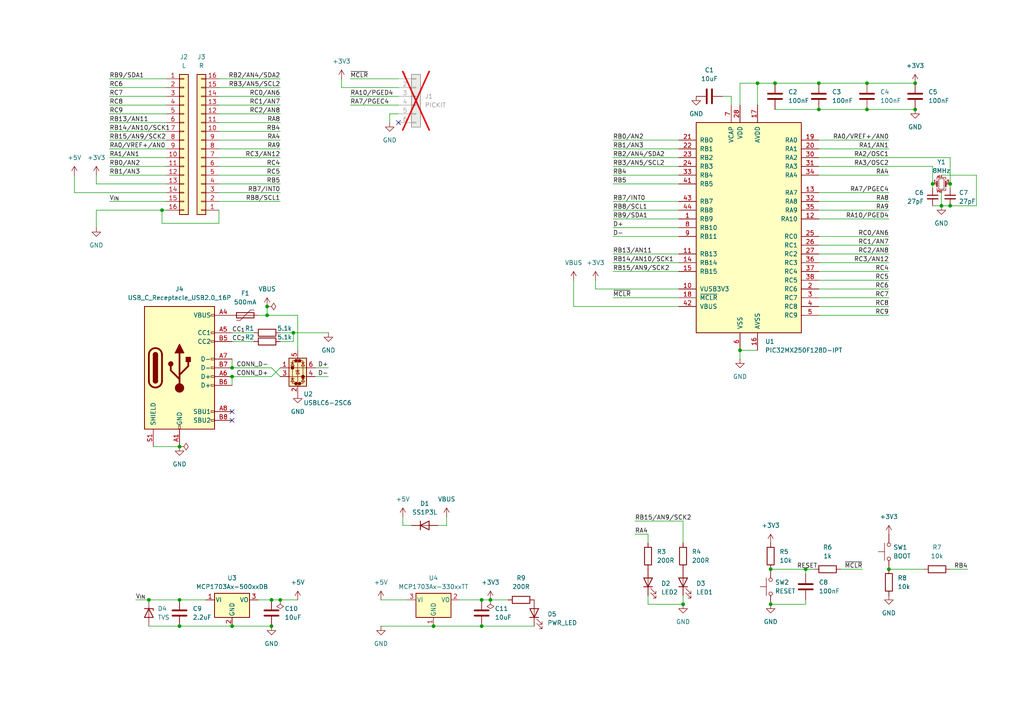
<source format=kicad_sch>
(kicad_sch (version 20231120) (generator "eeschema") (generator_version "8.0")
  (paper "A4")
  (title_block (title "Flinduino Mini") (date "2024-07-27") (rev "A"))
  (lib_symbols
    (symbol "Connector:USB_C_Receptacle_USB2.0_16P" (pin_names (offset 1.016))
      (property "Reference" "J" (at 0 22.225 0))
      (property "Value" "USB_C_Receptacle_USB2.0_16P" (at 0 19.685 0))
      (symbol "USB_C_Receptacle_USB2.0_16P_1_1"
        (pin passive line (at 0 -22.86 90) (length 5.08) (name "GND") (number "A1"))
        (pin passive line (at 0 -22.86 90) (length 5.08) hide (name "GND") (number "A12"))
        (pin passive line (at 15.24 15.24 180) (length 5.08) (name "VBUS") (number "A4"))
        (pin bidirectional line (at 15.24 10.16 180) (length 5.08) (name "CC1") (number "A5"))
        (pin bidirectional line (at 15.24 -2.54 180) (length 5.08) (name "D+") (number "A6"))
        (pin bidirectional line (at 15.24 2.54 180) (length 5.08) (name "D-") (number "A7"))
        (pin bidirectional line (at 15.24 -12.7 180) (length 5.08) (name "SBU1") (number "A8"))
        (pin passive line (at 15.24 15.24 180) (length 5.08) hide (name "VBUS") (number "A9"))
        (pin passive line (at 0 -22.86 90) (length 5.08) hide (name "GND") (number "B1"))
        (pin passive line (at 0 -22.86 90) (length 5.08) hide (name "GND") (number "B12"))
        (pin passive line (at 15.24 15.24 180) (length 5.08) hide (name "VBUS") (number "B4"))
        (pin bidirectional line (at 15.24 7.62 180) (length 5.08) (name "CC2") (number "B5"))
        (pin bidirectional line (at 15.24 -5.08 180) (length 5.08) (name "D+") (number "B6"))
        (pin bidirectional line (at 15.24 0 180) (length 5.08) (name "D-") (number "B7"))
        (pin bidirectional line (at 15.24 -15.24 180) (length 5.08) (name "SBU2") (number "B8"))
        (pin passive line (at 15.24 15.24 180) (length 5.08) hide (name "VBUS") (number "B9"))
        (pin passive line (at -7.62 -22.86 90) (length 5.08) (name "SHIELD") (number "S1"))
      )
    )
    (symbol "Connector_Generic:Conn_01x06" (pin_names (offset 1.016) hide)
      (property "Reference" "J" (at 0 7.62 0))
      (property "Value" "Conn_01x06" (at 0 -10.16 0))
      (symbol "Conn_01x06_1_1"
        (pin passive line (at -5.08 5.08 0) (length 3.81) (name "Pin_1") (number "1"))
        (pin passive line (at -5.08 2.54 0) (length 3.81) (name "Pin_2") (number "2"))
        (pin passive line (at -5.08 0 0) (length 3.81) (name "Pin_3") (number "3"))
        (pin passive line (at -5.08 -2.54 0) (length 3.81) (name "Pin_4") (number "4"))
        (pin passive line (at -5.08 -5.08 0) (length 3.81) (name "Pin_5") (number "5"))
        (pin passive line (at -5.08 -7.62 0) (length 3.81) (name "Pin_6") (number "6"))
      )
    )
    (symbol "Connector_Generic:Conn_01x16" (pin_names (offset 1.016) hide)
      (property "Reference" "J" (at 0 20.32 0))
      (property "Value" "Conn_01x16" (at 0 -22.86 0))
      (symbol "Conn_01x16_1_1"
        (pin passive line (at -5.08 17.78 0) (length 3.81) (name "Pin_1") (number "1"))
        (pin passive line (at -5.08 -5.08 0) (length 3.81) (name "Pin_10") (number "10"))
        (pin passive line (at -5.08 -7.62 0) (length 3.81) (name "Pin_11") (number "11"))
        (pin passive line (at -5.08 -10.16 0) (length 3.81) (name "Pin_12") (number "12"))
        (pin passive line (at -5.08 -12.7 0) (length 3.81) (name "Pin_13") (number "13"))
        (pin passive line (at -5.08 -15.24 0) (length 3.81) (name "Pin_14") (number "14"))
        (pin passive line (at -5.08 -17.78 0) (length 3.81) (name "Pin_15") (number "15"))
        (pin passive line (at -5.08 -20.32 0) (length 3.81) (name "Pin_16") (number "16"))
        (pin passive line (at -5.08 15.24 0) (length 3.81) (name "Pin_2") (number "2"))
        (pin passive line (at -5.08 12.7 0) (length 3.81) (name "Pin_3") (number "3"))
        (pin passive line (at -5.08 10.16 0) (length 3.81) (name "Pin_4") (number "4"))
        (pin passive line (at -5.08 7.62 0) (length 3.81) (name "Pin_5") (number "5"))
        (pin passive line (at -5.08 5.08 0) (length 3.81) (name "Pin_6") (number "6"))
        (pin passive line (at -5.08 2.54 0) (length 3.81) (name "Pin_7") (number "7"))
        (pin passive line (at -5.08 0 0) (length 3.81) (name "Pin_8") (number "8"))
        (pin passive line (at -5.08 -2.54 0) (length 3.81) (name "Pin_9") (number "9"))
      )
    )
    (symbol "Device:C" (pin_numbers hide) (pin_names (offset 0.254))
      (property "Reference" "C" (at 0.635 2.54 0))
      (property "Value" "C" (at 0.635 -2.54 0))
      (symbol "C_1_1"
        (pin passive line (at 0 3.81 270) (length 2.794) (name "~") (number "1"))
        (pin passive line (at 0 -3.81 90) (length 2.794) (name "~") (number "2"))
      )
    )
    (symbol "Device:C_Small" (pin_numbers hide) (pin_names (offset 0.254) hide)
      (property "Reference" "C" (at 0.254 1.778 0))
      (property "Value" "C_Small" (at 0.254 -2.032 0))
      (symbol "C_Small_1_1"
        (pin passive line (at 0 2.54 270) (length 2.032) (name "~") (number "1"))
        (pin passive line (at 0 -2.54 90) (length 2.032) (name "~") (number "2"))
      )
    )
    (symbol "Device:Crystal_GND24_Small" (pin_names (offset 1.016) hide)
      (property "Reference" "Y" (at 1.27 4.445 0))
      (property "Value" "Crystal_GND24_Small" (at 1.27 2.54 0))
      (symbol "Crystal_GND24_Small_1_1"
        (pin passive line (at -2.54 0 0) (length 1.27) (name "1") (number "1"))
        (pin passive line (at 0 -2.54 90) (length 0.635) (name "2") (number "2"))
        (pin passive line (at 2.54 0 180) (length 1.27) (name "3") (number "3"))
        (pin passive line (at 0 2.54 270) (length 0.635) (name "4") (number "4"))
      )
    )
    (symbol "Device:D" (pin_numbers hide) (pin_names (offset 1.016) hide)
      (property "Reference" "D" (at 0 2.54 0))
      (property "Value" "D" (at 0 -2.54 0))
      (symbol "D_1_1"
        (pin passive line (at -3.81 0 0) (length 2.54) (name "K") (number "1"))
        (pin passive line (at 3.81 0 180) (length 2.54) (name "A") (number "2"))
      )
    )
    (symbol "Device:D_Zener" (pin_numbers hide) (pin_names (offset 1.016) hide)
      (property "Reference" "D" (at 0 2.54 0))
      (property "Value" "D_Zener" (at 0 -2.54 0))
      (symbol "D_Zener_1_1"
        (pin passive line (at -3.81 0 0) (length 2.54) (name "K") (number "1"))
        (pin passive line (at 3.81 0 180) (length 2.54) (name "A") (number "2"))
      )
    )
    (symbol "Device:LED" (pin_numbers hide) (pin_names (offset 1.016) hide)
      (property "Reference" "D" (at 0 2.54 0))
      (property "Value" "LED" (at 0 -2.54 0))
      (symbol "LED_1_1"
        (pin passive line (at -3.81 0 0) (length 2.54) (name "K") (number "1"))
        (pin passive line (at 3.81 0 180) (length 2.54) (name "A") (number "2"))
      )
    )
    (symbol "Device:Polyfuse" (pin_numbers hide) (pin_names (offset 0))
      (property "Reference" "F" (at -2.54 0 90))
      (property "Value" "Polyfuse" (at 2.54 0 90))
      (symbol "Polyfuse_1_1"
        (pin passive line (at 0 3.81 270) (length 1.27) (name "~") (number "1"))
        (pin passive line (at 0 -3.81 90) (length 1.27) (name "~") (number "2"))
      )
    )
    (symbol "Device:R" (pin_numbers hide) (pin_names (offset 0))
      (property "Reference" "R" (at 2.032 0 90))
      (property "Value" "R" (at 0 0 90))
      (symbol "R_1_1"
        (pin passive line (at 0 3.81 270) (length 1.27) (name "~") (number "1"))
        (pin passive line (at 0 -3.81 90) (length 1.27) (name "~") (number "2"))
      )
    )
    (symbol "MCU_Microchip_PIC32:PIC32MX250F128D-IPT" (pin_names (offset 1.016))
      (property "Reference" "U1" (at 4.7341 -33.02 0))
      (property "Value" "PIC32MX250F128D-IPT" (at 4.7341 -35.56 0))
      (symbol "PIC32MX250F128D-IPT_1_1"
        (pin bidirectional line (at -20.32 2.54 0) (length 5.08) (name "RB9") (number "1"))
        (pin bidirectional line (at -20.32 -17.78 0) (length 5.08) (name "VUSB3V3") (number "10"))
        (pin bidirectional line (at -20.32 -7.62 0) (length 5.08) (name "RB13") (number "11"))
        (pin bidirectional line (at 20.32 2.54 180) (length 5.08) (name "RA10") (number "12"))
        (pin bidirectional line (at 20.32 10.16 180) (length 5.08) (name "RA7") (number "13"))
        (pin bidirectional line (at -20.32 -10.16 0) (length 5.08) (name "RB14") (number "14"))
        (pin bidirectional line (at -20.32 -12.7 0) (length 5.08) (name "RB15") (number "15"))
        (pin power_in line (at 2.54 -35.56 90) (length 5.08) (name "AVSS") (number "16"))
        (pin power_in line (at 2.54 35.56 270) (length 5.08) (name "AVDD") (number "17"))
        (pin input line (at -20.32 -20.32 0) (length 5.08) (name "~{MCLR}") (number "18"))
        (pin input line (at 20.32 25.4 180) (length 5.08) (name "RA0") (number "19"))
        (pin bidirectional line (at 20.32 -17.78 180) (length 5.08) (name "RC6") (number "2"))
        (pin input line (at 20.32 22.86 180) (length 5.08) (name "RA1") (number "20"))
        (pin input line (at -20.32 25.4 0) (length 5.08) (name "RB0") (number "21"))
        (pin input line (at -20.32 22.86 0) (length 5.08) (name "RB1") (number "22"))
        (pin input line (at -20.32 20.32 0) (length 5.08) (name "RB2") (number "23"))
        (pin input line (at -20.32 17.78 0) (length 5.08) (name "RB3") (number "24"))
        (pin input line (at 20.32 -2.54 180) (length 5.08) (name "RC0") (number "25"))
        (pin input line (at 20.32 -5.08 180) (length 5.08) (name "RC1") (number "26"))
        (pin input line (at 20.32 -7.62 180) (length 5.08) (name "RC2") (number "27"))
        (pin power_in line (at -2.54 35.56 270) (length 5.08) (name "VDD") (number "28"))
        (pin passive line (at -2.54 -35.56 90) (length 5.08) hide (name "VSS") (number "29"))
        (pin bidirectional line (at 20.32 -20.32 180) (length 5.08) (name "RC7") (number "3"))
        (pin input line (at 20.32 20.32 180) (length 5.08) (name "RA2") (number "30"))
        (pin input line (at 20.32 17.78 180) (length 5.08) (name "RA3") (number "31"))
        (pin input line (at 20.32 7.62 180) (length 5.08) (name "RA8") (number "32"))
        (pin input line (at -20.32 15.24 0) (length 5.08) (name "RB4") (number "33"))
        (pin input line (at 20.32 15.24 180) (length 5.08) (name "RA4") (number "34"))
        (pin input line (at 20.32 5.08 180) (length 5.08) (name "RA9") (number "35"))
        (pin input line (at 20.32 -10.16 180) (length 5.08) (name "RC3") (number "36"))
        (pin input line (at 20.32 -12.7 180) (length 5.08) (name "RC4") (number "37"))
        (pin input line (at 20.32 -15.24 180) (length 5.08) (name "RC5") (number "38"))
        (pin passive line (at -2.54 -35.56 90) (length 5.08) hide (name "VSS") (number "39"))
        (pin bidirectional line (at 20.32 -22.86 180) (length 5.08) (name "RC8") (number "4"))
        (pin passive line (at -2.54 35.56 270) (length 5.08) hide (name "VDD") (number "40"))
        (pin input line (at -20.32 12.7 0) (length 5.08) (name "RB5") (number "41"))
        (pin input line (at -20.32 -22.86 0) (length 5.08) (name "VBUS") (number "42"))
        (pin input line (at -20.32 7.62 0) (length 5.08) (name "RB7") (number "43"))
        (pin input line (at -20.32 5.08 0) (length 5.08) (name "RB8") (number "44"))
        (pin passive line (at -2.54 -35.56 90) (length 5.08) hide (name "EP") (number "45"))
        (pin bidirectional line (at 20.32 -25.4 180) (length 5.08) (name "RC9") (number "5"))
        (pin power_in line (at -2.54 -35.56 90) (length 5.08) (name "VSS") (number "6"))
        (pin power_in line (at -5.08 35.56 270) (length 5.08) (name "VCAP") (number "7"))
        (pin bidirectional line (at -20.32 0 0) (length 5.08) (name "RB10") (number "8"))
        (pin bidirectional line (at -20.32 -2.54 0) (length 5.08) (name "RB11") (number "9"))
      )
    )
    (symbol "Power_Protection:USBLC6-2SC6" (pin_names hide)
      (property "Reference" "U" (at 0.635 5.715 0))
      (property "Value" "USBLC6-2SC6" (at 0.635 3.81 0))
      (symbol "USBLC6-2SC6_1_1"
        (pin passive line (at -5.08 0 0) (length 2.54) (name "I/O1") (number "1"))
        (pin passive line (at 0 -7.62 90) (length 2.54) (name "GND") (number "2"))
        (pin passive line (at -5.08 -2.54 0) (length 2.54) (name "I/O2") (number "3"))
        (pin passive line (at 5.08 -2.54 180) (length 2.54) (name "I/O2") (number "4"))
        (pin passive line (at 0 5.08 270) (length 2.54) (name "VBUS") (number "5"))
        (pin passive line (at 5.08 0 180) (length 2.54) (name "I/O1") (number "6"))
      )
    )
    (symbol "Regulator_Linear:MCP1703Ax-330xxTT" (pin_names (offset 0.254))
      (property "Reference" "U" (at -3.81 3.175 0))
      (property "Value" "MCP1703Ax-330xxTT" (at 0 3.175 0))
      (symbol "MCP1703Ax-330xxTT_1_1"
        (pin power_in line (at 0 -7.62 90) (length 2.54) (name "GND") (number "1"))
        (pin power_out line (at 7.62 0 180) (length 2.54) (name "VO") (number "2"))
        (pin power_in line (at -7.62 0 0) (length 2.54) (name "VI") (number "3"))
      )
    )
    (symbol "Regulator_Linear:MCP1703Ax-500xxDB" (pin_names (offset 0.254))
      (property "Reference" "U" (at -3.81 3.175 0))
      (property "Value" "MCP1703Ax-500xxDB" (at 0 3.175 0))
      (symbol "MCP1703Ax-500xxDB_1_1"
        (pin power_in line (at -7.62 0 0) (length 2.54) (name "VI") (number "1"))
        (pin power_in line (at 0 -7.62 90) (length 2.54) (name "GND") (number "2"))
        (pin power_out line (at 7.62 0 180) (length 2.54) (name "VO") (number "3"))
      )
    )
    (symbol "Switch:SW_Push" (pin_numbers hide) (pin_names (offset 1.016) hide)
      (property "Reference" "SW" (at 1.27 2.54 0))
      (property "Value" "SW_Push" (at 0 -1.524 0))
      (symbol "SW_Push_0_1"
        (pin passive line (at -5.08 0 0) (length 2.54) (name "1") (number "1"))
        (pin passive line (at 5.08 0 180) (length 2.54) (name "2") (number "2"))
      )
    )
    (symbol "power:+3V3" (power) (pin_numbers hide) (pin_names (offset 0) hide)
      (property "Value" "+3V3" (at 0 3.556 0))
      (symbol "+3V3_1_1"
        (pin power_in line (at 0 0 90) (length 0) (name "~") (number "1"))
      )
    )
    (symbol "power:+5V" (power) (pin_numbers hide) (pin_names (offset 0) hide)
      (property "Value" "+5V" (at 0 3.556 0))
      (symbol "+5V_1_1"
        (pin power_in line (at 0 0 90) (length 0) (name "~") (number "1"))
      )
    )
    (symbol "power:GND" (power) (pin_numbers hide) (pin_names (offset 0) hide)
      (property "Value" "GND" (at 0 -3.81 0))
      (symbol "GND_1_1"
        (pin power_in line (at 0 0 270) (length 0) (name "~") (number "1"))
      )
    )
    (symbol "power:PWR_FLAG" (power) (pin_numbers hide) (pin_names (offset 0) hide)
      (property "Value" "PWR_FLAG" (at 0 3.81 0))
      (symbol "PWR_FLAG_0_0"
        (pin power_out line (at 0 0 90) (length 0) (name "~") (number "1"))
      )
    )
    (symbol "power:VBUS" (power) (pin_numbers hide) (pin_names (offset 0) hide)
      (property "Value" "VBUS" (at 0 3.556 0))
      (symbol "VBUS_1_1"
        (pin power_in line (at 0 0 90) (length 0) (name "~") (number "1"))
      )
    )
  )
  (junction (at 78.74 181.61))
  (junction (at 125.73 181.61))
  (junction (at 78.74 173.99))
  (junction (at 237.49 31.75))
  (junction (at 85.09 96.52))
  (junction (at 214.63 101.6))
  (junction (at 43.18 173.99))
  (junction (at 67.31 181.61))
  (junction (at 275.59 59.69))
  (junction (at 139.7 173.99))
  (junction (at 219.71 24.13))
  (junction (at 142.24 173.99))
  (junction (at 270.51 53.34))
  (junction (at 223.52 165.1))
  (junction (at 265.43 24.13))
  (junction (at 275.59 53.34))
  (junction (at 139.7 181.61))
  (junction (at 198.12 175.26))
  (junction (at 224.79 24.13))
  (junction (at 233.68 165.1))
  (junction (at 223.52 175.26))
  (junction (at 52.07 181.61))
  (junction (at 237.49 24.13))
  (junction (at 77.47 91.44))
  (junction (at 52.07 129.54))
  (junction (at 46.99 60.96))
  (junction (at 67.31 109.22))
  (junction (at 273.05 59.69))
  (junction (at 52.07 173.99))
  (junction (at 251.46 24.13))
  (junction (at 265.43 31.75))
  (junction (at 251.46 31.75))
  (junction (at 77.47 88.9))
  (junction (at 81.28 173.99))
  (junction (at 67.31 106.68))
  (junction (at 257.81 165.1))
  (no_connect (at 115.57 35.56))
  (no_connect (at 67.31 121.92))
  (no_connect (at 67.31 119.38))
  (wire (pts (xy 63.5 35.56) (xy 81.28 35.56)))
  (wire (pts (xy 63.5 60.96) (xy 63.5 64.77)))
  (wire (pts (xy 251.46 24.13) (xy 265.43 24.13)))
  (wire (pts (xy 184.15 154.94) (xy 187.96 154.94)))
  (wire (pts (xy 237.49 63.5) (xy 257.81 63.5)))
  (wire (pts (xy 237.49 31.75) (xy 251.46 31.75)))
  (wire (pts (xy 73.66 96.52) (xy 67.31 96.52)))
  (wire (pts (xy 31.75 40.64) (xy 48.26 40.64)))
  (wire (pts (xy 196.85 48.26) (xy 177.8 48.26)))
  (wire (pts (xy 31.75 48.26) (xy 48.26 48.26)))
  (wire (pts (xy 237.49 55.88) (xy 257.81 55.88)))
  (wire (pts (xy 196.85 73.66) (xy 177.8 73.66)))
  (wire (pts (xy 275.59 45.72) (xy 275.59 53.34)))
  (wire (pts (xy 95.25 96.52) (xy 85.09 96.52)))
  (wire (pts (xy 196.85 66.04) (xy 177.8 66.04)))
  (wire (pts (xy 237.49 71.12) (xy 257.81 71.12)))
  (wire (pts (xy 21.59 55.88) (xy 48.26 55.88)))
  (wire (pts (xy 63.5 40.64) (xy 81.28 40.64)))
  (wire (pts (xy 223.52 165.1) (xy 233.68 165.1)))
  (wire (pts (xy 273.05 59.69) (xy 275.59 59.69)))
  (wire (pts (xy 257.81 91.44) (xy 237.49 91.44)))
  (wire (pts (xy 257.81 78.74) (xy 237.49 78.74)))
  (wire (pts (xy 63.5 30.48) (xy 81.28 30.48)))
  (wire (pts (xy 139.7 173.99) (xy 142.24 173.99)))
  (wire (pts (xy 270.51 59.69) (xy 273.05 59.69)))
  (wire (pts (xy 86.36 101.6) (xy 86.36 91.44)))
  (wire (pts (xy 63.5 25.4) (xy 81.28 25.4)))
  (wire (pts (xy 209.55 27.94) (xy 212.09 27.94)))
  (wire (pts (xy 31.75 58.42) (xy 48.26 58.42)))
  (wire (pts (xy 196.85 58.42) (xy 177.8 58.42)))
  (wire (pts (xy 74.93 173.99) (xy 78.74 173.99)))
  (wire (pts (xy 44.45 129.54) (xy 52.07 129.54)))
  (wire (pts (xy 224.79 31.75) (xy 237.49 31.75)))
  (wire (pts (xy 196.85 53.34) (xy 177.8 53.34)))
  (wire (pts (xy 81.28 96.52) (xy 85.09 96.52)))
  (wire (pts (xy 31.75 33.02) (xy 48.26 33.02)))
  (wire (pts (xy 237.49 45.72) (xy 275.59 45.72)))
  (wire (pts (xy 283.21 50.8) (xy 283.21 59.69)))
  (wire (pts (xy 52.07 173.99) (xy 59.69 173.99)))
  (wire (pts (xy 46.99 64.77) (xy 46.99 60.96)))
  (wire (pts (xy 46.99 60.96) (xy 27.94 60.96)))
  (wire (pts (xy 233.68 173.99) (xy 233.68 175.26)))
  (wire (pts (xy 257.81 165.1) (xy 267.97 165.1)))
  (wire (pts (xy 63.5 38.1) (xy 81.28 38.1)))
  (wire (pts (xy 31.75 27.94) (xy 48.26 27.94)))
  (wire (pts (xy 31.75 38.1) (xy 48.26 38.1)))
  (wire (pts (xy 63.5 55.88) (xy 81.28 55.88)))
  (wire (pts (xy 243.84 165.1) (xy 250.19 165.1)))
  (wire (pts (xy 63.5 33.02) (xy 81.28 33.02)))
  (wire (pts (xy 52.07 181.61) (xy 67.31 181.61)))
  (wire (pts (xy 113.03 33.02) (xy 115.57 33.02)))
  (wire (pts (xy 237.49 50.8) (xy 257.81 50.8)))
  (wire (pts (xy 119.38 152.4) (xy 116.84 152.4)))
  (wire (pts (xy 63.5 48.26) (xy 81.28 48.26)))
  (wire (pts (xy 270.51 48.26) (xy 270.51 53.34)))
  (wire (pts (xy 257.81 76.2) (xy 237.49 76.2)))
  (wire (pts (xy 85.09 96.52) (xy 85.09 99.06)))
  (wire (pts (xy 31.75 43.18) (xy 48.26 43.18)))
  (wire (pts (xy 257.81 83.82) (xy 237.49 83.82)))
  (wire (pts (xy 43.18 181.61) (xy 52.07 181.61)))
  (wire (pts (xy 172.72 83.82) (xy 196.85 83.82)))
  (wire (pts (xy 237.49 43.18) (xy 257.81 43.18)))
  (wire (pts (xy 63.5 50.8) (xy 81.28 50.8)))
  (wire (pts (xy 196.85 60.96) (xy 177.8 60.96)))
  (wire (pts (xy 91.44 106.68) (xy 95.25 106.68)))
  (wire (pts (xy 99.06 25.4) (xy 115.57 25.4)))
  (wire (pts (xy 177.8 86.36) (xy 196.85 86.36)))
  (wire (pts (xy 63.5 22.86) (xy 81.28 22.86)))
  (wire (pts (xy 81.28 106.68) (xy 78.74 109.22)))
  (wire (pts (xy 63.5 53.34) (xy 81.28 53.34)))
  (wire (pts (xy 233.68 165.1) (xy 233.68 166.37)))
  (wire (pts (xy 237.49 60.96) (xy 257.81 60.96)))
  (wire (pts (xy 78.74 173.99) (xy 81.28 173.99)))
  (wire (pts (xy 63.5 45.72) (xy 81.28 45.72)))
  (wire (pts (xy 77.47 88.9) (xy 77.47 91.44)))
  (wire (pts (xy 219.71 30.48) (xy 219.71 24.13)))
  (wire (pts (xy 184.15 151.13) (xy 198.12 151.13)))
  (wire (pts (xy 101.6 30.48) (xy 115.57 30.48)))
  (wire (pts (xy 43.18 173.99) (xy 52.07 173.99)))
  (wire (pts (xy 31.75 30.48) (xy 48.26 30.48)))
  (wire (pts (xy 273.05 50.8) (xy 283.21 50.8)))
  (wire (pts (xy 214.63 101.6) (xy 219.71 101.6)))
  (wire (pts (xy 196.85 50.8) (xy 177.8 50.8)))
  (wire (pts (xy 251.46 31.75) (xy 265.43 31.75)))
  (wire (pts (xy 77.47 91.44) (xy 74.93 91.44)))
  (wire (pts (xy 187.96 154.94) (xy 187.96 157.48)))
  (wire (pts (xy 237.49 40.64) (xy 257.81 40.64)))
  (wire (pts (xy 214.63 101.6) (xy 214.63 104.14)))
  (wire (pts (xy 196.85 76.2) (xy 177.8 76.2)))
  (wire (pts (xy 125.73 181.61) (xy 139.7 181.61)))
  (wire (pts (xy 198.12 172.72) (xy 198.12 175.26)))
  (wire (pts (xy 166.37 81.28) (xy 166.37 88.9)))
  (wire (pts (xy 257.81 88.9) (xy 237.49 88.9)))
  (wire (pts (xy 283.21 59.69) (xy 275.59 59.69)))
  (wire (pts (xy 31.75 45.72) (xy 48.26 45.72)))
  (wire (pts (xy 166.37 88.9) (xy 196.85 88.9)))
  (wire (pts (xy 31.75 22.86) (xy 48.26 22.86)))
  (wire (pts (xy 48.26 60.96) (xy 46.99 60.96)))
  (wire (pts (xy 196.85 68.58) (xy 177.8 68.58)))
  (wire (pts (xy 133.35 173.99) (xy 139.7 173.99)))
  (wire (pts (xy 237.49 68.58) (xy 257.81 68.58)))
  (wire (pts (xy 67.31 104.14) (xy 67.31 106.68)))
  (wire (pts (xy 31.75 35.56) (xy 48.26 35.56)))
  (wire (pts (xy 233.68 175.26) (xy 223.52 175.26)))
  (wire (pts (xy 187.96 172.72) (xy 187.96 175.26)))
  (wire (pts (xy 67.31 109.22) (xy 78.74 109.22)))
  (wire (pts (xy 91.44 109.22) (xy 95.25 109.22)))
  (wire (pts (xy 219.71 24.13) (xy 224.79 24.13)))
  (wire (pts (xy 237.49 73.66) (xy 257.81 73.66)))
  (wire (pts (xy 139.7 181.61) (xy 154.94 181.61)))
  (wire (pts (xy 63.5 27.94) (xy 81.28 27.94)))
  (wire (pts (xy 78.74 106.68) (xy 81.28 109.22)))
  (wire (pts (xy 27.94 60.96) (xy 27.94 66.04)))
  (wire (pts (xy 212.09 30.48) (xy 212.09 27.94)))
  (wire (pts (xy 73.66 99.06) (xy 67.31 99.06)))
  (wire (pts (xy 99.06 22.86) (xy 99.06 25.4)))
  (wire (pts (xy 177.8 40.64) (xy 196.85 40.64)))
  (wire (pts (xy 275.59 53.34) (xy 275.59 54.61)))
  (wire (pts (xy 101.6 27.94) (xy 115.57 27.94)))
  (wire (pts (xy 86.36 91.44) (xy 77.47 91.44)))
  (wire (pts (xy 113.03 35.56) (xy 113.03 33.02)))
  (wire (pts (xy 67.31 106.68) (xy 78.74 106.68)))
  (wire (pts (xy 39.37 173.99) (xy 43.18 173.99)))
  (wire (pts (xy 224.79 24.13) (xy 237.49 24.13)))
  (wire (pts (xy 67.31 109.22) (xy 67.31 111.76)))
  (wire (pts (xy 63.5 64.77) (xy 46.99 64.77)))
  (wire (pts (xy 196.85 78.74) (xy 177.8 78.74)))
  (wire (pts (xy 196.85 63.5) (xy 177.8 63.5)))
  (wire (pts (xy 237.49 48.26) (xy 270.51 48.26)))
  (wire (pts (xy 27.94 50.8) (xy 27.94 53.34)))
  (wire (pts (xy 110.49 173.99) (xy 118.11 173.99)))
  (wire (pts (xy 81.28 173.99) (xy 86.36 173.99)))
  (wire (pts (xy 270.51 53.34) (xy 270.51 54.61)))
  (wire (pts (xy 31.75 25.4) (xy 48.26 25.4)))
  (wire (pts (xy 273.05 55.88) (xy 273.05 59.69)))
  (wire (pts (xy 257.81 81.28) (xy 237.49 81.28)))
  (wire (pts (xy 233.68 165.1) (xy 236.22 165.1)))
  (wire (pts (xy 27.94 53.34) (xy 48.26 53.34)))
  (wire (pts (xy 177.8 43.18) (xy 196.85 43.18)))
  (wire (pts (xy 110.49 181.61) (xy 125.73 181.61)))
  (wire (pts (xy 116.84 152.4) (xy 116.84 149.86)))
  (wire (pts (xy 21.59 50.8) (xy 21.59 55.88)))
  (wire (pts (xy 31.75 50.8) (xy 48.26 50.8)))
  (wire (pts (xy 63.5 43.18) (xy 81.28 43.18)))
  (wire (pts (xy 196.85 45.72) (xy 177.8 45.72)))
  (wire (pts (xy 275.59 165.1) (xy 280.67 165.1)))
  (wire (pts (xy 257.81 86.36) (xy 237.49 86.36)))
  (wire (pts (xy 198.12 151.13) (xy 198.12 157.48)))
  (wire (pts (xy 127 152.4) (xy 129.54 152.4)))
  (wire (pts (xy 237.49 58.42) (xy 257.81 58.42)))
  (wire (pts (xy 214.63 24.13) (xy 219.71 24.13)))
  (wire (pts (xy 63.5 58.42) (xy 81.28 58.42)))
  (wire (pts (xy 172.72 81.28) (xy 172.72 83.82)))
  (wire (pts (xy 187.96 175.26) (xy 198.12 175.26)))
  (wire (pts (xy 129.54 152.4) (xy 129.54 149.86)))
  (wire (pts (xy 67.31 181.61) (xy 78.74 181.61)))
  (wire (pts (xy 101.6 22.86) (xy 115.57 22.86)))
  (wire (pts (xy 142.24 173.99) (xy 147.32 173.99)))
  (wire (pts (xy 214.63 30.48) (xy 214.63 24.13)))
  (wire (pts (xy 81.28 99.06) (xy 85.09 99.06)))
  (wire (pts (xy 237.49 24.13) (xy 251.46 24.13)))
  (label "V_{IN}" (at 31.75 58.42 0))
  (label "RC2{slash}AN8" (at 257.81 73.66 180))
  (label "RC0{slash}AN6" (at 81.28 27.94 180))
  (label "D+" (at 177.8 66.04 0))
  (label "RB8{slash}SCL1" (at 81.28 58.42 180))
  (label "RA0{slash}VREF+{slash}AN0" (at 31.75 43.18 0))
  (label "RB4" (at 280.67 165.1 180))
  (label "RC1{slash}AN7" (at 81.28 30.48 180))
  (label "RA8" (at 81.28 35.56 180))
  (label "RB14{slash}AN10{slash}SCK1" (at 31.75 38.1 0))
  (label "RB13{slash}AN11" (at 31.75 35.56 0))
  (label "RC2{slash}AN8" (at 81.28 33.02 180))
  (label "RB9{slash}SDA1" (at 31.75 22.86 0))
  (label "RA7{slash}PGEC4" (at 101.6 30.48 0))
  (label "RC6" (at 31.75 25.4 0))
  (label "CONN_D-" (at 68.58 106.68 0))
  (label "RB3{slash}AN5{slash}SCL2" (at 81.28 25.4 180))
  (label "RC3{slash}AN12" (at 257.81 76.2 180))
  (label "CC_{1}" (at 67.31 96.52 0))
  (label "RB5" (at 177.8 53.34 0))
  (label "RA4" (at 81.28 40.64 180))
  (label "~{MCLR}" (at 250.19 165.1 180))
  (label "RC9" (at 31.75 33.02 0))
  (label "RB0{slash}AN2" (at 177.8 40.64 0))
  (label "RB1{slash}AN3" (at 31.75 50.8 0))
  (label "RC3{slash}AN12" (at 81.28 45.72 180))
  (label "RB14{slash}AN10{slash}SCK1" (at 177.8 76.2 0))
  (label "RC7" (at 31.75 27.94 0))
  (label "RA3{slash}OSC2" (at 257.81 48.26 180))
  (label "RB15{slash}AN9{slash}SCK2" (at 177.8 78.74 0))
  (label "CONN_D+" (at 68.58 109.22 0))
  (label "RC6" (at 257.81 83.82 180))
  (label "RB4" (at 177.8 50.8 0))
  (label "RA10{slash}PGED4" (at 101.6 27.94 0))
  (label "RC8" (at 257.81 88.9 180))
  (label "RA8" (at 257.81 58.42 180))
  (label "D-" (at 95.25 109.22 180))
  (label "RB15{slash}AN9{slash}SCK2" (at 184.15 151.13 0))
  (label "RA9" (at 81.28 43.18 180))
  (label "RC4" (at 257.81 78.74 180))
  (label "RC5" (at 257.81 81.28 180))
  (label "RB0{slash}AN2" (at 31.75 48.26 0))
  (label "RA9" (at 257.81 60.96 180))
  (label "RB2{slash}AN4{slash}SDA2" (at 81.28 22.86 180))
  (label "RESET" (at 231.14 165.1 0))
  (label "RC5" (at 81.28 50.8 180))
  (label "RC9" (at 257.81 91.44 180))
  (label "RC8" (at 31.75 30.48 0))
  (label "D-" (at 177.8 68.58 0))
  (label "RC1{slash}AN7" (at 257.81 71.12 180))
  (label "RB1{slash}AN3" (at 177.8 43.18 0))
  (label "RC4" (at 81.28 48.26 180))
  (label "RB3{slash}AN5{slash}SCL2" (at 177.8 48.26 0))
  (label "RA4" (at 257.81 50.8 180))
  (label "RA2{slash}OSC1" (at 257.81 45.72 180))
  (label "RC7" (at 257.81 86.36 180))
  (label "RA0{slash}VREF+{slash}AN0" (at 257.81 40.64 180))
  (label "RA1{slash}AN1" (at 31.75 45.72 0))
  (label "RB7{slash}INT0" (at 177.8 58.42 0))
  (label "CC_{2}" (at 67.31 99.06 0))
  (label "RB2{slash}AN4{slash}SDA2" (at 177.8 45.72 0))
  (label "RB5" (at 81.28 53.34 180))
  (label "RA7{slash}PGEC4" (at 257.81 55.88 180))
  (label "RB8{slash}SCL1" (at 177.8 60.96 0))
  (label "RA10{slash}PGED4" (at 257.81 63.5 180))
  (label "~{MCLR}" (at 101.6 22.86 0))
  (label "RB15{slash}AN9{slash}SCK2" (at 31.75 40.64 0))
  (label "RB4" (at 81.28 38.1 180))
  (label "D+" (at 95.25 106.68 180))
  (label "RB9{slash}SDA1" (at 177.8 63.5 0))
  (label "V_{IN}" (at 39.37 173.99 0))
  (label "RB7{slash}INT0" (at 81.28 55.88 180))
  (label "RA1{slash}AN1" (at 257.81 43.18 180))
  (label "RA4" (at 184.15 154.94 0))
  (label "RC0{slash}AN6" (at 257.81 68.58 180))
  (label "RB13{slash}AN11" (at 177.8 73.66 0))
  (label "~{MCLR}" (at 177.8 86.36 0))
  (symbol (lib_id "power:GND") (at 257.81 172.72 0) (unit 1)
    (property "Reference" "#PWR021" (effects (hide yes)))
    (property "Value" "GND" (at 257.81 177.8 0))
    (property "Description" "Power symbol creates a global label with name \"GND\" , ground" (effects (hide yes)))
  )
  (symbol (lib_id "power:+3V3") (at 27.94 50.8 0) (unit 1)
    (property "Reference" "#PWR07" (effects (hide yes)))
    (property "Value" "+3V3" (at 27.94 45.72 0))
    (property "Description" "Power symbol creates a global label with name \"+3V3\"" (effects (hide yes)))
  )
  (symbol (lib_id "Connector_Generic:Conn_01x16") (at 58.42 43.18 180) (unit 1)
    (property "Reference" "J3" (at 58.42 16.51 0))
    (property "Value" "R" (at 58.42 19.05 0))
    (property "Footprint" "Connector_PinHeader_2.54mm:PinHeader_1x16_P2.54mm_Vertical" (effects (hide yes)))
    (property "Description" "Generic connector, single row, 01x16, script generated (kicad-library-utils/schlib/autogen/connector/)" (effects (hide yes)))
  )
  (symbol (lib_id "Device:R") (at 77.47 96.52 90) (unit 1)
    (property "Reference" "R1" (at 72.39 95.25 90))
    (property "Value" "5.1k" (at 82.55 95.25 90))
    (property "Footprint" "Resistor_SMD:R_0603_1608Metric" (effects (hide yes)))
    (property "Description" "Resistor" (effects (hide yes)))
  )
  (symbol (lib_id "Device:R") (at 187.96 161.29 0) (unit 1)
    (property "Reference" "R3" (at 190.5 160.0199 0) (effects (justify left)))
    (property "Value" "200R" (at 190.5 162.5599 0) (effects (justify left)))
    (property "Footprint" "Resistor_SMD:R_0603_1608Metric" (effects (hide yes)))
    (property "Description" "Resistor" (effects (hide yes)))
  )
  (symbol (lib_id "power:GND") (at 110.49 181.61 0) (unit 1)
    (property "Reference" "#PWR028" (effects (hide yes)))
    (property "Value" "GND" (at 110.49 186.69 0))
    (property "Description" "Power symbol creates a global label with name \"GND\" , ground" (effects (hide yes)))
  )
  (symbol (lib_id "Device:R") (at 271.78 165.1 90) (unit 1)
    (property "Reference" "R7" (at 271.78 158.75 90))
    (property "Value" "10k" (at 271.78 161.29 90))
    (property "Footprint" "Resistor_SMD:R_0603_1608Metric" (effects (hide yes)))
    (property "Description" "Resistor" (effects (hide yes)))
  )
  (symbol (lib_id "Device:C") (at 237.49 27.94 0) (unit 1)
    (property "Reference" "C3" (at 241.3 26.6699 0) (effects (justify left)))
    (property "Value" "100nF" (at 241.3 29.2099 0) (effects (justify left)))
    (property "Footprint" "Capacitor_SMD:C_0603_1608Metric" (effects (hide yes)))
    (property "Description" "Unpolarized capacitor" (effects (hide yes)))
  )
  (symbol (lib_id "Switch:SW_Push") (at 257.81 160.02 90) (unit 1)
    (property "Reference" "SW1" (at 259.08 158.7499 90) (effects (justify right)))
    (property "Value" "BOOT" (at 259.08 161.2899 90) (effects (justify right)))
    (property "Footprint" "Button_Switch_SMD:SW_SPST_PTS647_Sx50" (effects (hide yes)))
    (property "Description" "Push button switch, generic, two pins" (effects (hide yes)))
  )
  (symbol (lib_id "Device:C") (at 78.74 177.8 0) (unit 1)
    (property "Reference" "C10" (at 82.55 176.5299 0) (effects (justify left)))
    (property "Value" "10uF" (at 82.55 179.0699 0) (effects (justify left)))
    (property "Footprint" "Capacitor_SMD:C_0603_1608Metric" (effects (hide yes)))
    (property "Description" "Unpolarized capacitor" (effects (hide yes)))
  )
  (symbol (lib_id "power:GND") (at 273.05 59.69 0) (unit 1)
    (property "Reference" "#PWR09" (effects (hide yes)))
    (property "Value" "GND" (at 273.05 64.77 0))
    (property "Description" "Power symbol creates a global label with name \"GND\" , ground" (effects (hide yes)))
  )
  (symbol (lib_id "Power_Protection:USBLC6-2SC6") (at 86.36 106.68 0) (unit 1)
    (property "Reference" "U2" (at 88.0111 114.3 0) (effects (justify left)))
    (property "Value" "USBLC6-2SC6" (at 88.0111 116.84 0) (effects (justify left)))
    (property "Footprint" "Package_TO_SOT_SMD:SOT-23-6" (effects (hide yes)))
    (property "Datasheet" "https://www.st.com/resource/en/datasheet/usblc6-2.pdf" (effects (hide yes)))
    (property "Description" "Very low capacitance ESD protection diode, 2 data-line, SOT-23-6" (effects (hide yes)))
  )
  (symbol (lib_id "Device:D") (at 123.19 152.4 0) (unit 1)
    (property "Reference" "D1" (at 123.19 146.05 0))
    (property "Value" "SS1P3L" (at 123.19 148.59 0))
    (property "Footprint" "Diode_SMD:Vishay_SMPA" (effects (hide yes)))
    (property "Datasheet" "https://www.vishay.com/docs/88915/ss1p3l.pdf" (effects (hide yes)))
    (property "Description" "Diode" (effects (hide yes)))
    (property "Sim.Device" "D" (effects (hide yes)))
    (property "Sim.Pins" "1=K 2=A" (effects (hide yes)))
  )
  (symbol (lib_id "Device:C_Small") (at 275.59 57.15 0) (unit 1)
    (property "Reference" "C7" (at 278.13 55.8862 0) (effects (justify left)))
    (property "Value" "27pF" (at 278.13 58.4262 0) (effects (justify left)))
    (property "Footprint" "Capacitor_SMD:C_0603_1608Metric" (effects (hide yes)))
    (property "Description" "Unpolarized capacitor, small symbol" (effects (hide yes)))
  )
  (symbol (lib_id "power:GND") (at 78.74 181.61 0) (unit 1)
    (property "Reference" "#PWR027" (effects (hide yes)))
    (property "Value" "GND" (at 78.74 186.69 0))
    (property "Description" "Power symbol creates a global label with name \"GND\" , ground" (effects (hide yes)))
  )
  (symbol (lib_id "Connector:USB_C_Receptacle_USB2.0_16P") (at 52.07 106.68 0) (unit 1)
    (property "Reference" "J4" (at 52.07 83.82 0))
    (property "Value" "USB_C_Receptacle_USB2.0_16P" (at 52.07 86.36 0))
    (property "Footprint" "Connector_USB:USB_C_Receptacle_GCT_USB4105-xx-A_16P_TopMnt_Horizontal" (effects (hide yes)))
    (property "Datasheet" "https://www.usb.org/sites/default/files/documents/usb_type-c.zip" (effects (hide yes)))
    (property "Description" "USB 2.0-only 16P Type-C Receptacle connector" (effects (hide yes)))
  )
  (symbol (lib_id "power:PWR_FLAG") (at 77.47 88.9 270) (unit 1)
    (property "Reference" "#FLG01" (effects (hide yes)))
    (property "Value" "PWR_FLAG" (effects (hide yes)))
    (property "Description" "Special symbol for telling ERC where power comes from" (effects (hide yes)))
  )
  (symbol (lib_id "Device:C_Small") (at 270.51 57.15 0) (unit 1)
    (property "Reference" "C6" (at 267.97 55.8862 0) (effects (justify right)))
    (property "Value" "27pF" (at 267.97 58.4262 0) (effects (justify right)))
    (property "Footprint" "Capacitor_SMD:C_0603_1608Metric" (effects (hide yes)))
    (property "Description" "Unpolarized capacitor, small symbol" (effects (hide yes)))
  )
  (symbol (lib_id "power:GND") (at 214.63 104.14 0) (unit 1)
    (property "Reference" "#PWR016" (effects (hide yes)))
    (property "Value" "GND" (at 214.63 109.22 0))
    (property "Description" "Power symbol creates a global label with name \"GND\" , ground" (effects (hide yes)))
  )
  (symbol (lib_id "power:PWR_FLAG") (at 81.28 173.99 180) (unit 1)
    (property "Reference" "#FLG03" (effects (hide yes)))
    (property "Value" "PWR_FLAG" (effects (hide yes)))
    (property "Description" "Special symbol for telling ERC where power comes from" (effects (hide yes)))
  )
  (symbol (lib_id "power:GND") (at 113.03 35.56 0) (unit 1)
    (property "Reference" "#PWR05" (effects (hide yes)))
    (property "Value" "GND" (at 113.03 40.64 0))
    (property "Description" "Power symbol creates a global label with name \"GND\" , ground" (effects (hide yes)))
  )
  (symbol (lib_id "power:GND") (at 265.43 31.75 0) (unit 1)
    (property "Reference" "#PWR04" (effects (hide yes)))
    (property "Value" "GND" (at 265.43 36.83 0))
    (property "Description" "Power symbol creates a global label with name \"GND\" , ground" (effects (hide yes)))
  )
  (symbol (lib_id "Device:R") (at 240.03 165.1 90) (unit 1)
    (property "Reference" "R6" (at 240.03 158.75 90))
    (property "Value" "1k" (at 240.03 161.29 90))
    (property "Footprint" "Resistor_SMD:R_0603_1608Metric" (effects (hide yes)))
    (property "Description" "Resistor" (effects (hide yes)))
  )
  (symbol (lib_id "power:+5V") (at 116.84 149.86 0) (unit 1)
    (property "Reference" "#PWR017" (effects (hide yes)))
    (property "Value" "+5V" (at 116.84 144.78 0))
    (property "Description" "Power symbol creates a global label with name \"+5V\"" (effects (hide yes)))
  )
  (symbol (lib_id "power:VBUS") (at 166.37 81.28 0) (unit 1)
    (property "Reference" "#PWR013" (effects (hide yes)))
    (property "Value" "VBUS" (at 166.37 76.2 0))
    (property "Description" "Power symbol creates a global label with name \"VBUS\"" (effects (hide yes)))
  )
  (symbol (lib_id "power:+3V3") (at 172.72 81.28 0) (unit 1)
    (property "Reference" "#PWR014" (effects (hide yes)))
    (property "Value" "+3V3" (at 172.72 76.2 0))
    (property "Description" "Power symbol creates a global label with name \"+3V3\"" (effects (hide yes)))
  )
  (symbol (lib_id "Device:R") (at 77.47 99.06 90) (unit 1)
    (property "Reference" "R2" (at 72.39 97.79 90))
    (property "Value" "5.1k" (at 82.55 97.79 90))
    (property "Footprint" "Resistor_SMD:R_0603_1608Metric" (effects (hide yes)))
    (property "Description" "Resistor" (effects (hide yes)))
  )
  (symbol (lib_id "Device:D_Zener") (at 43.18 177.8 270) (unit 1)
    (property "Reference" "D4" (at 45.72 176.5299 90) (effects (justify left)))
    (property "Value" "TVS" (at 45.72 179.0699 90) (effects (justify left)))
    (property "Footprint" "Diode_SMD:D_SOD-323F" (effects (hide yes)))
    (property "Datasheet" "https://www.diodes.com/assets/Datasheets/SD15Q.pdf" (effects (hide yes)))
    (property "Description" "Zener diode" (effects (hide yes)))
  )
  (symbol (lib_id "power:GND") (at 95.25 96.52 0) (unit 1)
    (property "Reference" "#PWR010" (effects (hide yes)))
    (property "Value" "GND" (at 95.25 101.6 0))
    (property "Description" "Power symbol creates a global label with name \"GND\" , ground" (effects (hide yes)))
  )
  (symbol (lib_id "Device:R") (at 198.12 161.29 0) (unit 1)
    (property "Reference" "R4" (at 200.66 160.0199 0) (effects (justify left)))
    (property "Value" "200R" (at 200.66 162.5599 0) (effects (justify left)))
    (property "Footprint" "Resistor_SMD:R_0603_1608Metric" (effects (hide yes)))
    (property "Description" "Resistor" (effects (hide yes)))
  )
  (symbol (lib_id "power:+3V3") (at 223.52 157.48 0) (unit 1)
    (property "Reference" "#PWR020" (effects (hide yes)))
    (property "Value" "+3V3" (at 223.52 152.4 0))
    (property "Description" "Power symbol creates a global label with name \"+3V3\"" (effects (hide yes)))
  )
  (symbol (lib_id "power:GND") (at 201.93 27.94 0) (unit 1)
    (property "Reference" "#PWR03" (effects (hide yes)))
    (property "Value" "GND" (at 201.93 33.02 0))
    (property "Description" "Power symbol creates a global label with name \"GND\" , ground" (effects (hide yes)))
  )
  (symbol (lib_id "Device:C") (at 233.68 170.18 0) (unit 1)
    (property "Reference" "C8" (at 237.49 168.9099 0) (effects (justify left)))
    (property "Value" "100nF" (at 237.49 171.4499 0) (effects (justify left)))
    (property "Footprint" "Capacitor_SMD:C_0603_1608Metric" (effects (hide yes)))
    (property "Description" "Unpolarized capacitor" (effects (hide yes)))
  )
  (symbol (lib_id "Device:R") (at 151.13 173.99 90) (unit 1)
    (property "Reference" "R9" (at 151.13 167.64 90))
    (property "Value" "200R" (at 151.13 170.18 90))
    (property "Footprint" "Resistor_SMD:R_0603_1608Metric" (effects (hide yes)))
    (property "Description" "Resistor" (effects (hide yes)))
  )
  (symbol (lib_id "power:GND") (at 86.36 114.3 0) (unit 1)
    (property "Reference" "#PWR012" (effects (hide yes)))
    (property "Value" "GND" (at 86.36 119.38 0))
    (property "Description" "Power symbol creates a global label with name \"GND\" , ground" (effects (hide yes)))
  )
  (symbol (lib_id "power:GND") (at 52.07 129.54 0) (unit 1)
    (property "Reference" "#PWR015" (effects (hide yes)))
    (property "Value" "GND" (at 52.07 134.62 0))
    (property "Description" "Power symbol creates a global label with name \"GND\" , ground" (effects (hide yes)))
  )
  (symbol (lib_id "Device:LED") (at 187.96 168.91 90) (unit 1)
    (property "Reference" "D2" (at 191.77 169.2274 90) (effects (justify right)))
    (property "Value" "LED2" (at 191.77 171.7674 90) (effects (justify right)))
    (property "Footprint" "LED_SMD:LED_0603_1608Metric" (effects (hide yes)))
    (property "Description" "Light emitting diode" (effects (hide yes)))
  )
  (symbol (lib_id "Connector_Generic:Conn_01x16") (at 53.34 40.64 0) (unit 1)
    (property "Reference" "J2" (at 53.34 16.51 0))
    (property "Value" "L" (at 53.34 19.05 0))
    (property "Footprint" "Connector_PinHeader_2.54mm:PinHeader_1x16_P2.54mm_Vertical" (effects (hide yes)))
    (property "Description" "Generic connector, single row, 01x16, script generated (kicad-library-utils/schlib/autogen/connector/)" (effects (hide yes)))
  )
  (symbol (lib_id "Device:C") (at 205.74 27.94 90) (unit 1)
    (property "Reference" "C1" (at 205.74 20.32 90))
    (property "Value" "10uF" (at 205.74 22.86 90))
    (property "Footprint" "Capacitor_SMD:C_0603_1608Metric" (effects (hide yes)))
    (property "Description" "Unpolarized capacitor" (effects (hide yes)))
  )
  (symbol (lib_id "Regulator_Linear:MCP1703Ax-330xxTT") (at 125.73 173.99 0) (unit 1)
    (property "Reference" "U4" (at 125.73 167.64 0))
    (property "Value" "MCP1703Ax-330xxTT" (at 125.73 170.18 0))
    (property "Footprint" "Package_TO_SOT_SMD:SOT-23" (effects (hide yes)))
    (property "Datasheet" "http://ww1.microchip.com/downloads/en/DeviceDoc/20005122B.pdf" (effects (hide yes)))
    (property "Description" "Low Quiescent Current LDO Regulator, 3.3V, 250mA, Vin<=16V, SOT-23" (effects (hide yes)))
  )
  (symbol (lib_id "Connector_Generic:Conn_01x06") (at 120.65 27.94 0) (unit 1) (dnp yes)
    (property "Reference" "J1" (at 123.19 27.9399 0) (effects (justify left)))
    (property "Value" "PICKIT" (at 123.19 30.4799 0) (effects (justify left)))
    (property "Footprint" "Connector_PinHeader_2.54mm:PinHeader_1x06_P2.54mm_Vertical" (effects (hide yes)))
    (property "Description" "Generic connector, single row, 01x06, script generated (kicad-library-utils/schlib/autogen/connector/)" (effects (hide yes)))
  )
  (symbol (lib_id "Device:C") (at 52.07 177.8 0) (unit 1)
    (property "Reference" "C9" (at 55.88 176.5299 0) (effects (justify left)))
    (property "Value" "2.2uF" (at 55.88 179.0699 0) (effects (justify left)))
    (property "Footprint" "Capacitor_SMD:C_0603_1608Metric" (effects (hide yes)))
    (property "Description" "Unpolarized capacitor" (effects (hide yes)))
  )
  (symbol (lib_id "power:VBUS") (at 77.47 88.9 0) (unit 1)
    (property "Reference" "#PWR08" (effects (hide yes)))
    (property "Value" "VBUS" (at 77.47 83.82 0))
    (property "Description" "Power symbol creates a global label with name \"VBUS\"" (effects (hide yes)))
  )
  (symbol (lib_id "power:GND") (at 198.12 175.26 0) (unit 1)
    (property "Reference" "#PWR025" (effects (hide yes)))
    (property "Value" "GND" (at 198.12 180.34 0))
    (property "Description" "Power symbol creates a global label with name \"GND\" , ground" (effects (hide yes)))
  )
  (symbol (lib_id "power:GND") (at 27.94 66.04 0) (unit 1)
    (property "Reference" "#PWR011" (effects (hide yes)))
    (property "Value" "GND" (at 27.94 71.12 0))
    (property "Description" "Power symbol creates a global label with name \"GND\" , ground" (effects (hide yes)))
  )
  (symbol (lib_id "Device:R") (at 257.81 168.91 0) (unit 1)
    (property "Reference" "R8" (at 260.35 167.6399 0) (effects (justify left)))
    (property "Value" "10k" (at 260.35 170.1799 0) (effects (justify left)))
    (property "Footprint" "Resistor_SMD:R_0603_1608Metric" (effects (hide yes)))
    (property "Description" "Resistor" (effects (hide yes)))
  )
  (symbol (lib_id "power:+5V") (at 110.49 173.99 0) (unit 1)
    (property "Reference" "#PWR023" (effects (hide yes)))
    (property "Value" "+5V" (at 110.49 168.91 0))
    (property "Description" "Power symbol creates a global label with name \"+5V\"" (effects (hide yes)))
  )
  (symbol (lib_id "power:PWR_FLAG") (at 142.24 173.99 180) (unit 1)
    (property "Reference" "#FLG04" (effects (hide yes)))
    (property "Value" "PWR_FLAG" (effects (hide yes)))
    (property "Description" "Special symbol for telling ERC where power comes from" (effects (hide yes)))
  )
  (symbol (lib_id "Device:Polyfuse") (at 71.12 91.44 90) (unit 1)
    (property "Reference" "F1" (at 71.12 85.09 90))
    (property "Value" "500mA" (at 71.12 87.63 90))
    (property "Footprint" "Fuse:Fuse_1812_4532Metric" (effects (hide yes)))
    (property "Datasheet" "~https://www.yageo.com/upload/media/product/productsearch/datasheet/cpc/pptc/SMD1812_1.pdf" (effects (hide yes)))
    (property "Description" "Resettable fuse, polymeric positive temperature coefficient" (effects (hide yes)))
  )
  (symbol (lib_id "Device:C") (at 251.46 27.94 0) (unit 1)
    (property "Reference" "C4" (at 255.27 26.6699 0) (effects (justify left)))
    (property "Value" "100nF" (at 255.27 29.2099 0) (effects (justify left)))
    (property "Footprint" "Capacitor_SMD:C_0603_1608Metric" (effects (hide yes)))
    (property "Description" "Unpolarized capacitor" (effects (hide yes)))
  )
  (symbol (lib_id "Device:C") (at 265.43 27.94 0) (unit 1)
    (property "Reference" "C5" (at 269.24 26.6699 0) (effects (justify left)))
    (property "Value" "100nF" (at 269.24 29.2099 0) (effects (justify left)))
    (property "Footprint" "Capacitor_SMD:C_0603_1608Metric" (effects (hide yes)))
    (property "Description" "Unpolarized capacitor" (effects (hide yes)))
  )
  (symbol (lib_id "MCU_Microchip_PIC32:PIC32MX250F128D-IPT") (at 217.17 66.04 0) (unit 1)
    (property "Reference" "U1" (at 221.9041 99.06 0) (effects (justify left)))
    (property "Value" "PIC32MX250F128D-IPT" (at 221.9041 101.6 0) (effects (justify left)))
    (property "Footprint" "Package_DFN_QFN:QFN-44-1EP_8x8mm_P0.65mm_EP6.45x6.45mm" (effects (hide yes)))
    (property "Datasheet" "http://ww1.microchip.com/downloads/en/DeviceDoc/60001168F.pdf" (effects (hide yes)))
    (property "Description" "32-bit Microcontrollers (128KB Flash and 32KB SRAM TQFP-44) with Audio and Graphics Interfaces, USB, and Advanced Analog" (effects (hide yes)))
  )
  (symbol (lib_id "Regulator_Linear:MCP1703Ax-500xxDB") (at 67.31 173.99 0) (unit 1)
    (property "Reference" "U3" (at 67.31 167.64 0))
    (property "Value" "MCP1703Ax-500xxDB" (at 67.31 170.18 0))
    (property "Footprint" "Package_TO_SOT_SMD:SOT-223-3_TabPin2" (effects (hide yes)))
    (property "Datasheet" "http://ww1.microchip.com/downloads/en/DeviceDoc/20005122B.pdf" (effects (hide yes)))
    (property "Description" "Low Quiescent Current LDO Regulator, 5.0V, 250mA, Vin<=16V, SOT-223" (effects (hide yes)))
  )
  (symbol (lib_id "Device:C") (at 224.79 27.94 0) (unit 1)
    (property "Reference" "C2" (at 228.6 26.6699 0) (effects (justify left)))
    (property "Value" "100nF" (at 228.6 29.2099 0) (effects (justify left)))
    (property "Footprint" "Capacitor_SMD:C_0603_1608Metric" (effects (hide yes)))
    (property "Description" "Unpolarized capacitor" (effects (hide yes)))
  )
  (symbol (lib_id "power:VBUS") (at 129.54 149.86 0) (unit 1)
    (property "Reference" "#PWR018" (effects (hide yes)))
    (property "Value" "VBUS" (at 129.54 144.78 0))
    (property "Description" "Power symbol creates a global label with name \"VBUS\"" (effects (hide yes)))
  )
  (symbol (lib_id "power:+3V3") (at 99.06 22.86 0) (unit 1)
    (property "Reference" "#PWR01" (effects (hide yes)))
    (property "Value" "+3V3" (at 99.06 17.78 0))
    (property "Description" "Power symbol creates a global label with name \"+3V3\"" (effects (hide yes)))
  )
  (symbol (lib_id "Switch:SW_Push") (at 223.52 170.18 90) (unit 1)
    (property "Reference" "SW2" (at 224.79 168.9099 90) (effects (justify right)))
    (property "Value" "RESET" (at 224.79 171.4499 90) (effects (justify right)))
    (property "Footprint" "Button_Switch_SMD:SW_SPST_PTS647_Sx50" (effects (hide yes)))
    (property "Description" "Push button switch, generic, two pins" (effects (hide yes)))
  )
  (symbol (lib_id "power:+5V") (at 21.59 50.8 0) (unit 1)
    (property "Reference" "#PWR06" (effects (hide yes)))
    (property "Value" "+5V" (at 21.59 45.72 0))
    (property "Description" "Power symbol creates a global label with name \"+5V\"" (effects (hide yes)))
  )
  (symbol (lib_id "Device:Crystal_GND24_Small") (at 273.05 53.34 0) (unit 1)
    (property "Reference" "Y1" (at 273.05 46.99 0))
    (property "Value" "8MHz" (at 273.05 49.53 0))
    (property "Footprint" "Crystal:Crystal_SMD_0603-4Pin_6.0x3.5mm" (effects (hide yes)))
    (property "Description" "Four pin crystal, GND on pins 2 and 4, small symbol" (effects (hide yes)))
  )
  (symbol (lib_id "power:+3V3") (at 142.24 173.99 0) (unit 1)
    (property "Reference" "#PWR024" (effects (hide yes)))
    (property "Value" "+3V3" (at 142.24 168.91 0))
    (property "Description" "Power symbol creates a global label with name \"+3V3\"" (effects (hide yes)))
  )
  (symbol (lib_id "Device:LED") (at 154.94 177.8 90) (unit 1)
    (property "Reference" "D5" (at 158.75 178.1174 90) (effects (justify right)))
    (property "Value" "PWR_LED" (at 158.75 180.6574 90) (effects (justify right)))
    (property "Footprint" "LED_SMD:LED_0603_1608Metric" (effects (hide yes)))
    (property "Description" "Light emitting diode" (effects (hide yes)))
  )
  (symbol (lib_id "power:+3V3") (at 265.43 24.13 0) (unit 1)
    (property "Reference" "#PWR02" (effects (hide yes)))
    (property "Value" "+3V3" (at 265.43 19.05 0))
    (property "Description" "Power symbol creates a global label with name \"+3V3\"" (effects (hide yes)))
  )
  (symbol (lib_id "Device:LED") (at 198.12 168.91 90) (unit 1)
    (property "Reference" "D3" (at 201.93 169.2274 90) (effects (justify right)))
    (property "Value" "LED1" (at 201.93 171.7674 90) (effects (justify right)))
    (property "Footprint" "LED_SMD:LED_0603_1608Metric" (effects (hide yes)))
    (property "Description" "Light emitting diode" (effects (hide yes)))
  )
  (symbol (lib_id "power:GND") (at 223.52 175.26 0) (unit 1)
    (property "Reference" "#PWR026" (effects (hide yes)))
    (property "Value" "GND" (at 223.52 180.34 0))
    (property "Description" "Power symbol creates a global label with name \"GND\" , ground" (effects (hide yes)))
  )
  (symbol (lib_id "Device:R") (at 223.52 161.29 0) (unit 1)
    (property "Reference" "R5" (at 226.06 160.0199 0) (effects (justify left)))
    (property "Value" "10k" (at 226.06 162.5599 0) (effects (justify left)))
    (property "Footprint" "Resistor_SMD:R_0603_1608Metric" (effects (hide yes)))
    (property "Description" "Resistor" (effects (hide yes)))
  )
  (symbol (lib_id "power:PWR_FLAG") (at 52.07 129.54 270) (unit 1)
    (property "Reference" "#FLG02" (effects (hide yes)))
    (property "Value" "PWR_FLAG" (effects (hide yes)))
    (property "Description" "Special symbol for telling ERC where power comes from" (effects (hide yes)))
  )
  (symbol (lib_id "power:+5V") (at 86.36 173.99 0) (unit 1)
    (property "Reference" "#PWR022" (effects (hide yes)))
    (property "Value" "+5V" (at 86.36 168.91 0))
    (property "Description" "Power symbol creates a global label with name \"+5V\"" (effects (hide yes)))
  )
  (symbol (lib_id "power:+3V3") (at 257.81 154.94 0) (unit 1)
    (property "Reference" "#PWR019" (effects (hide yes)))
    (property "Value" "+3V3" (at 257.81 149.86 0))
    (property "Description" "Power symbol creates a global label with name \"+3V3\"" (effects (hide yes)))
  )
  (symbol (lib_id "Device:C") (at 139.7 177.8 0) (unit 1)
    (property "Reference" "C11" (at 143.51 176.5299 0) (effects (justify left)))
    (property "Value" "10uF" (at 143.51 179.0699 0) (effects (justify left)))
    (property "Footprint" "Capacitor_SMD:C_0603_1608Metric" (effects (hide yes)))
    (property "Description" "Unpolarized capacitor" (effects (hide yes)))
  )
)
</source>
